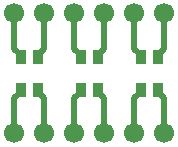
<source format=gtl>
G04 Layer_Physical_Order=1*
G04 Layer_Color=255*
%FSLAX25Y25*%
%MOIN*%
G70*
G01*
G75*
%ADD10R,0.03543X0.04724*%
%ADD11C,0.02000*%
%ADD12C,0.06693*%
D10*
X52146Y35512D02*
D03*
Y24488D02*
D03*
X57854D02*
D03*
Y35512D02*
D03*
X32146D02*
D03*
Y24488D02*
D03*
X37854D02*
D03*
Y35512D02*
D03*
X12146D02*
D03*
Y24488D02*
D03*
X17854D02*
D03*
Y35512D02*
D03*
D11*
X10000Y10000D02*
Y21752D01*
X12146Y23898D02*
Y24488D01*
X10000Y21752D02*
X12146Y23898D01*
X17854D02*
X20000Y21752D01*
Y10000D02*
Y21752D01*
X17854Y23898D02*
Y24488D01*
X10000Y38248D02*
Y50000D01*
X12146Y35512D02*
Y36102D01*
X10000Y38248D02*
X12146Y36102D01*
X17854D02*
X20000Y38248D01*
Y50000D01*
X17854Y35512D02*
Y36102D01*
X30000Y38248D02*
Y50000D01*
X32146Y35512D02*
Y36102D01*
X30000Y38248D02*
X32146Y36102D01*
X37854D02*
X40000Y38248D01*
Y50000D01*
X37854Y35512D02*
Y36102D01*
X57854D02*
X60000Y38248D01*
Y50000D01*
X57854Y35512D02*
Y36102D01*
X50000Y38248D02*
Y50000D01*
X52146Y35512D02*
Y36102D01*
X50000Y38248D02*
X52146Y36102D01*
X57854Y23898D02*
X60000Y21752D01*
Y10000D02*
Y21752D01*
X57854Y23898D02*
Y24488D01*
X50000Y10000D02*
Y21752D01*
X52146Y23898D02*
Y24488D01*
X50000Y21752D02*
X52146Y23898D01*
X37854D02*
X40000Y21752D01*
Y10000D02*
Y21752D01*
X37854Y23898D02*
Y24488D01*
X30000Y10000D02*
Y21752D01*
X32146Y23898D02*
Y24488D01*
X30000Y21752D02*
X32146Y23898D01*
D12*
X50000Y10000D02*
D03*
X60000D02*
D03*
Y50000D02*
D03*
X30000Y10000D02*
D03*
X40000D02*
D03*
Y50000D02*
D03*
X10000Y10000D02*
D03*
X20000D02*
D03*
Y50000D02*
D03*
X50000D02*
D03*
X30000D02*
D03*
X10000D02*
D03*
M02*

</source>
